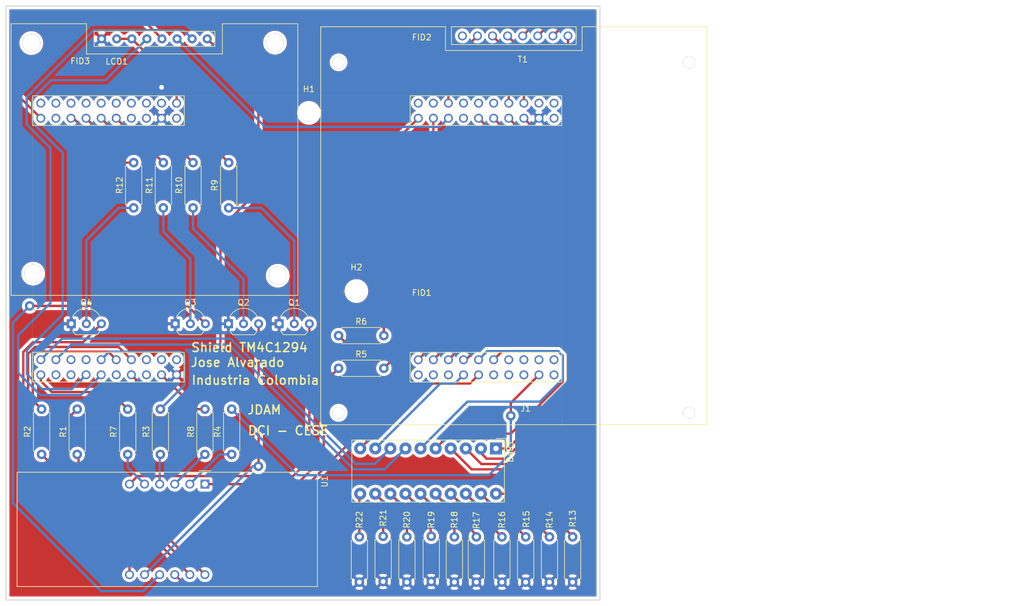
<source format=kicad_pcb>
(kicad_pcb (version 20171130) (host pcbnew 5.1.10-88a1d61d58~90~ubuntu20.04.1)
  (title_block (title "Shield TM4C1294") (date 2021-10-14) (company "Jose David Alvarado") (comment 1 "Licencia CC BY 4.0"))
  (layers (0 F.Cu signal) (31 B.Cu signal) (34 B.Paste user) (35 F.Paste user) (36 B.SilkS user) (37 F.SilkS user) (38 B.Mask user) (39 F.Mask user) (44 Edge.Cuts user))
  (net 0 "")
  (net 1 GND)
  (net 2 /PK1)
  (net 3 /PM0)
  (net 4 /PK0)
  (net 5 +3V3)
  (net 6 /PM7)
  (net 7 /PK2)
  (net 8 /PM6)
  (net 9 /PK6)
  (net 10 /PK7)
  (net 11 /PM1)
  (net 12 /PK3)
  (net 13 /PM2)
  (net 14 /PD0)
  (net 15 /PD1)
  (net 16 /PL1)
  (net 17 /PL4)
  (net 18 /PL3)
  (net 19 /PL5)
  (net 20 /PL0)
  (net 21 /PM3)
  (net 22 /PL2)
  (net 23 /PM5)
  (net 24 /PM4)
  (net 25 /PE3)
  (net 26 /PE2)
  (net 27 /PC5)
  (net 28 /PE1)
  (net 29 /PC4)
  (net 30 /PE0)
  (net 31 "Net-(Q1-Pad3)")
  (net 32 "Net-(Q1-Pad2)")
  (net 33 "Net-(Q2-Pad3)")
  (net 34 "Net-(Q2-Pad2)")
  (net 35 "Net-(Q3-Pad3)")
  (net 36 "Net-(Q3-Pad2)")
  (net 37 "Net-(Q4-Pad3)")
  (net 38 "Net-(Q4-Pad2)")
  (net 39 "Net-(R1-Pad1)")
  (net 40 "Net-(R2-Pad1)")
  (net 41 "Net-(R3-Pad1)")
  (net 42 "Net-(R4-Pad1)")
  (net 43 "Net-(R5-Pad1)")
  (net 44 "Net-(R6-Pad1)")
  (net 45 "Net-(R7-Pad1)")
  (net 46 "Net-(R8-Pad1)")
  (net 47 /PA2)
  (net 48 /PA5)
  (net 49 /PA7)
  (net 50 /PA3)
  (net 51 /PA6)
  (net 52 "Net-(BAR1-Pad20)")
  (net 53 "Net-(BAR1-Pad19)")
  (net 54 "Net-(BAR1-Pad18)")
  (net 55 "Net-(BAR1-Pad17)")
  (net 56 "Net-(BAR1-Pad11)")
  (net 57 "Net-(BAR1-Pad12)")
  (net 58 "Net-(BAR1-Pad16)")
  (net 59 "Net-(BAR1-Pad15)")
  (net 60 "Net-(BAR1-Pad14)")
  (net 61 "Net-(BAR1-Pad13)")
  (net 62 /PC7)
  (module Package_TO_SOT_THT:TO-92_Inline_Wide (layer F.Cu) (at 61 107.5)
    (fp_text reference Q4 (at 2.54 -3.56) (layer F.SilkS))
    (fp_text value PN2222A)
    (pad 1 thru_hole rect (at 0 0) (size 1.5 1.5) (drill 0.8) (layers *.Cu *.Mask) (net 1 GND))
    (pad 3 thru_hole circle (at 5.08 0) (size 1.5 1.5) (drill 0.8) (layers *.Cu *.Mask) (net 37 "Net-(Q4-Pad3)"))
    (pad 2 thru_hole circle (at 2.54 0) (size 1.5 1.5) (drill 0.8) (layers *.Cu *.Mask) (net 38 "Net-(Q4-Pad2)"))
  )
  (module Package_TO_SOT_THT:TO-92_Inline_Wide (layer F.Cu) (at 78.5 107.5)
    (fp_text reference Q3 (at 2.54 -3.56) (layer F.SilkS))
    (fp_text value PN2222A)
    (pad 1 thru_hole rect (at 0 0) (size 1.5 1.5) (drill 0.8) (layers *.Cu *.Mask) (net 1 GND))
    (pad 3 thru_hole circle (at 5.08 0) (size 1.5 1.5) (drill 0.8) (layers *.Cu *.Mask) (net 35 "Net-(Q3-Pad3)"))
    (pad 2 thru_hole circle (at 2.54 0) (size 1.5 1.5) (drill 0.8) (layers *.Cu *.Mask) (net 36 "Net-(Q3-Pad2)"))
  )
  (module Package_TO_SOT_THT:TO-92_Inline_Wide (layer F.Cu) (at 87.46 107.5)
    (fp_text reference Q2 (at 2.54 -3.56) (layer F.SilkS))
    (fp_text value PN2222A)
    (pad 1 thru_hole rect (at 0 0) (size 1.5 1.5) (drill 0.8) (layers *.Cu *.Mask) (net 1 GND))
    (pad 3 thru_hole circle (at 5.08 0) (size 1.5 1.5) (drill 0.8) (layers *.Cu *.Mask) (net 33 "Net-(Q2-Pad3)"))
    (pad 2 thru_hole circle (at 2.54 0) (size 1.5 1.5) (drill 0.8) (layers *.Cu *.Mask) (net 34 "Net-(Q2-Pad2)"))
  )
  (module Package_TO_SOT_THT:TO-92_Inline_Wide (layer F.Cu) (at 96 107.5)
    (fp_text reference Q1 (at 2.54 -3.56) (layer F.SilkS))
    (fp_text value PN2222A)
    (pad 1 thru_hole rect (at 0 0) (size 1.5 1.5) (drill 0.8) (layers *.Cu *.Mask) (net 1 GND))
    (pad 3 thru_hole circle (at 5.08 0) (size 1.5 1.5) (drill 0.8) (layers *.Cu *.Mask) (net 31 "Net-(Q1-Pad3)"))
    (pad 2 thru_hole circle (at 2.54 0) (size 1.5 1.5) (drill 0.8) (layers *.Cu *.Mask) (net 32 "Net-(Q1-Pad2)"))
  )
  (module Resistor_THT:R_Axial_DIN0207_L6.3mm_D2.5mm_P7.62mm_Horizontal (layer F.Cu) (at 109.5 151 90)
    (fp_text reference R22 (at 10.5 0 90) (layer F.SilkS))
    (fp_text value R)
    (pad 2 thru_hole oval (at 7.62 0 90) (size 1.6 1.6) (drill 0.8) (layers *.Cu *.Mask) (net 56 "Net-(BAR1-Pad11)"))
    (pad 1 thru_hole circle (at 0 0 90) (size 1.6 1.6) (drill 0.8) (layers *.Cu *.Mask) (net 1 GND))
  )
  (module Resistor_THT:R_Axial_DIN0207_L6.3mm_D2.5mm_P7.62mm_Horizontal (layer F.Cu) (at 113.5 150.9 90)
    (fp_text reference R21 (at 10.7 0 90) (layer F.SilkS))
    (fp_text value R)
    (pad 2 thru_hole oval (at 7.62 0 90) (size 1.6 1.6) (drill 0.8) (layers *.Cu *.Mask) (net 57 "Net-(BAR1-Pad12)"))
    (pad 1 thru_hole circle (at 0 0 90) (size 1.6 1.6) (drill 0.8) (layers *.Cu *.Mask) (net 1 GND))
  )
  (module Resistor_THT:R_Axial_DIN0207_L6.3mm_D2.5mm_P7.62mm_Horizontal (layer F.Cu) (at 117.5 151 90)
    (fp_text reference R20 (at 10.5 0 90) (layer F.SilkS))
    (fp_text value R)
    (pad 2 thru_hole oval (at 7.62 0 90) (size 1.6 1.6) (drill 0.8) (layers *.Cu *.Mask) (net 61 "Net-(BAR1-Pad13)"))
    (pad 1 thru_hole circle (at 0 0 90) (size 1.6 1.6) (drill 0.8) (layers *.Cu *.Mask) (net 1 GND))
  )
  (module Resistor_THT:R_Axial_DIN0207_L6.3mm_D2.5mm_P7.62mm_Horizontal (layer F.Cu) (at 121.6 150.9 90)
    (fp_text reference R19 (at 10.4 0 90) (layer F.SilkS))
    (fp_text value R)
    (pad 2 thru_hole oval (at 7.62 0 90) (size 1.6 1.6) (drill 0.8) (layers *.Cu *.Mask) (net 60 "Net-(BAR1-Pad14)"))
    (pad 1 thru_hole circle (at 0 0 90) (size 1.6 1.6) (drill 0.8) (layers *.Cu *.Mask) (net 1 GND))
  )
  (module Resistor_THT:R_Axial_DIN0207_L6.3mm_D2.5mm_P7.62mm_Horizontal (layer F.Cu) (at 125.5 151 90)
    (fp_text reference R18 (at 10.5 0 90) (layer F.SilkS))
    (fp_text value R)
    (pad 2 thru_hole oval (at 7.62 0 90) (size 1.6 1.6) (drill 0.8) (layers *.Cu *.Mask) (net 59 "Net-(BAR1-Pad15)"))
    (pad 1 thru_hole circle (at 0 0 90) (size 1.6 1.6) (drill 0.8) (layers *.Cu *.Mask) (net 1 GND))
  )
  (module Resistor_THT:R_Axial_DIN0207_L6.3mm_D2.5mm_P7.62mm_Horizontal (layer F.Cu) (at 129.2 151 90)
    (fp_text reference R17 (at 10.4 0 90) (layer F.SilkS))
    (fp_text value R)
    (pad 2 thru_hole oval (at 7.62 0 90) (size 1.6 1.6) (drill 0.8) (layers *.Cu *.Mask) (net 58 "Net-(BAR1-Pad16)"))
    (pad 1 thru_hole circle (at 0 0 90) (size 1.6 1.6) (drill 0.8) (layers *.Cu *.Mask) (net 1 GND))
  )
  (module Resistor_THT:R_Axial_DIN0207_L6.3mm_D2.5mm_P7.62mm_Horizontal (layer F.Cu) (at 133.5 151 90)
    (fp_text reference R16 (at 10.5 0 90) (layer F.SilkS))
    (fp_text value R)
    (pad 2 thru_hole oval (at 7.62 0 90) (size 1.6 1.6) (drill 0.8) (layers *.Cu *.Mask) (net 55 "Net-(BAR1-Pad17)"))
    (pad 1 thru_hole circle (at 0 0 90) (size 1.6 1.6) (drill 0.8) (layers *.Cu *.Mask) (net 1 GND))
  )
  (module Resistor_THT:R_Axial_DIN0207_L6.3mm_D2.5mm_P7.62mm_Horizontal (layer F.Cu) (at 137.5 151 90)
    (fp_text reference R15 (at 10.6 0.1 90) (layer F.SilkS))
    (fp_text value R)
    (pad 2 thru_hole oval (at 7.62 0 90) (size 1.6 1.6) (drill 0.8) (layers *.Cu *.Mask) (net 54 "Net-(BAR1-Pad18)"))
    (pad 1 thru_hole circle (at 0 0 90) (size 1.6 1.6) (drill 0.8) (layers *.Cu *.Mask) (net 1 GND))
  )
  (module Resistor_THT:R_Axial_DIN0207_L6.3mm_D2.5mm_P7.62mm_Horizontal (layer F.Cu) (at 141.5 151 90)
    (fp_text reference R14 (at 10.5 0 90) (layer F.SilkS))
    (fp_text value R)
    (pad 2 thru_hole oval (at 7.62 0 90) (size 1.6 1.6) (drill 0.8) (layers *.Cu *.Mask) (net 53 "Net-(BAR1-Pad19)"))
    (pad 1 thru_hole circle (at 0 0 90) (size 1.6 1.6) (drill 0.8) (layers *.Cu *.Mask) (net 1 GND))
  )
  (module Resistor_THT:R_Axial_DIN0207_L6.3mm_D2.5mm_P7.62mm_Horizontal (layer F.Cu) (at 145.4 151 90)
    (fp_text reference R13 (at 10.7 0 90) (layer F.SilkS))
    (fp_text value R)
    (pad 2 thru_hole oval (at 7.62 0 90) (size 1.6 1.6) (drill 0.8) (layers *.Cu *.Mask) (net 52 "Net-(BAR1-Pad20)"))
    (pad 1 thru_hole circle (at 0 0 90) (size 1.6 1.6) (drill 0.8) (layers *.Cu *.Mask) (net 1 GND))
  )
  (module EK-TM4C1294:EK-TM4C1294 (layer F.Cu) (at 54.5 125)
    (fp_text reference J1 (at 82.99 -3.23) (layer F.SilkS))
    (fp_text value EK-TM4C1294)
    (pad 5D thru_hole circle (at 19.152 -11.444) (size 1.5 1.5) (drill 1) (layers *.Cu *.Mask))
    (pad 12C thru_hole circle (at 11.532 -52.094) (size 1.5 1.5) (drill 1) (layers *.Cu *.Mask) (net 2 /PK1))
    (pad 15C thru_hole circle (at 6.452 -54.634) (size 1.5 1.5) (drill 1) (layers *.Cu *.Mask))
    (pad 17C thru_hole circle (at 3.912 -54.634) (size 1.5 1.5) (drill 1) (layers *.Cu *.Mask))
    (pad 7C thru_hole circle (at 16.612 -54.634) (size 1.5 1.5) (drill 1) (layers *.Cu *.Mask))
    (pad 14D thru_hole circle (at 8.992 -8.904) (size 1.5 1.5) (drill 1) (layers *.Cu *.Mask) (net 47 /PA2))
    (pad 7D thru_hole circle (at 16.612 -11.444) (size 1.5 1.5) (drill 1) (layers *.Cu *.Mask) (net 3 /PM0))
    (pad 19C thru_hole circle (at 1.372 -54.634) (size 1.5 1.5) (drill 1) (layers *.Cu *.Mask))
    (pad 20C thru_hole circle (at 1.372 -52.094) (size 1.5 1.5) (drill 1) (layers *.Cu *.Mask) (net 48 /PA5))
    (pad 2C thru_hole circle (at 24.232 -52.094) (size 1.5 1.5) (drill 1) (layers *.Cu *.Mask))
    (pad 13C thru_hole circle (at 8.992 -54.634) (size 1.5 1.5) (drill 1) (layers *.Cu *.Mask))
    (pad 2D thru_hole circle (at 24.232 -8.904) (size 1.5 1.5) (drill 1) (layers *.Cu *.Mask) (net 1 GND))
    (pad 3D thru_hole circle (at 21.692 -11.444) (size 1.5 1.5) (drill 1) (layers *.Cu *.Mask))
    (pad 16D thru_hole circle (at 6.452 -8.904) (size 1.5 1.5) (drill 1) (layers *.Cu *.Mask))
    (pad 10C thru_hole circle (at 14.072 -52.094) (size 1.5 1.5) (drill 1) (layers *.Cu *.Mask) (net 4 /PK0))
    (pad 1C thru_hole circle (at 24.232 -54.634) (size 1.5 1.5) (drill 1) (layers *.Cu *.Mask) (net 5 +3V3))
    (pad 1D thru_hole circle (at 24.232 -11.444) (size 1.5 1.5) (drill 1) (layers *.Cu *.Mask))
    (pad 4D thru_hole circle (at 21.692 -8.904) (size 1.5 1.5) (drill 1) (layers *.Cu *.Mask) (net 6 /PM7))
    (pad 14C thru_hole circle (at 8.992 -52.094) (size 1.5 1.5) (drill 1) (layers *.Cu *.Mask) (net 7 /PK2))
    (pad 10D thru_hole circle (at 14.072 -8.904) (size 1.5 1.5) (drill 1) (layers *.Cu *.Mask))
    (pad 8D thru_hole circle (at 16.612 -8.904) (size 1.5 1.5) (drill 1) (layers *.Cu *.Mask) (net 49 /PA7))
    (pad 18C thru_hole circle (at 3.912 -52.094) (size 1.5 1.5) (drill 1) (layers *.Cu *.Mask))
    (pad 5C thru_hole circle (at 19.152 -54.634) (size 1.5 1.5) (drill 1) (layers *.Cu *.Mask))
    (pad 20D thru_hole circle (at 1.372 -8.904) (size 1.5 1.5) (drill 1) (layers *.Cu *.Mask) (net 8 /PM6))
    (pad 17D thru_hole circle (at 3.912 -11.444) (size 1.5 1.5) (drill 1) (layers *.Cu *.Mask) (net 9 /PK6))
    (pad 19D thru_hole circle (at 1.372 -11.444) (size 1.5 1.5) (drill 1) (layers *.Cu *.Mask) (net 10 /PK7))
    (pad 15D thru_hole circle (at 6.452 -11.444) (size 1.5 1.5) (drill 1) (layers *.Cu *.Mask))
    (pad 6D thru_hole circle (at 19.152 -8.904) (size 1.5 1.5) (drill 1) (layers *.Cu *.Mask))
    (pad 4C thru_hole circle (at 21.692 -52.094) (size 1.5 1.5) (drill 1) (layers *.Cu *.Mask) (net 1 GND))
    (pad 9D thru_hole circle (at 14.072 -11.444) (size 1.5 1.5) (drill 1) (layers *.Cu *.Mask) (net 11 /PM1))
    (pad 18D thru_hole circle (at 3.912 -8.904) (size 1.5 1.5) (drill 1) (layers *.Cu *.Mask))
    (pad 6C thru_hole circle (at 19.152 -52.094) (size 1.5 1.5) (drill 1) (layers *.Cu *.Mask))
    (pad 3C thru_hole circle (at 21.692 -54.634) (size 1.5 1.5) (drill 1) (layers *.Cu *.Mask))
    (pad 8C thru_hole circle (at 16.612 -52.094) (size 1.5 1.5) (drill 1) (layers *.Cu *.Mask))
    (pad 13D thru_hole circle (at 8.992 -11.444) (size 1.5 1.5) (drill 1) (layers *.Cu *.Mask))
    (pad 11C thru_hole circle (at 11.532 -54.634) (size 1.5 1.5) (drill 1) (layers *.Cu *.Mask))
    (pad 16C thru_hole circle (at 6.452 -52.094) (size 1.5 1.5) (drill 1) (layers *.Cu *.Mask) (net 12 /PK3))
    (pad 11D thru_hole circle (at 11.532 -11.444) (size 1.5 1.5) (drill 1) (layers *.Cu *.Mask) (net 13 /PM2))
    (pad 9C thru_hole circle (at 14.072 -54.634) (size 1.5 1.5) (drill 1) (layers *.Cu *.Mask))
    (pad 12D thru_hole circle (at 11.532 -8.904) (size 1.5 1.5) (drill 1) (layers *.Cu *.Mask) (net 50 /PA3))
    (pad 14B thru_hole circle (at 72.532 -8.894) (size 1.5 1.5) (drill 1) (layers *.Cu *.Mask) (net 14 /PD0))
    (pad 10B thru_hole circle (at 77.612 -8.894) (size 1.5 1.5) (drill 1) (layers *.Cu *.Mask))
    (pad 12B thru_hole circle (at 75.072 -8.894) (size 1.5 1.5) (drill 1) (layers *.Cu *.Mask) (net 15 /PD1))
    (pad 15B thru_hole circle (at 69.992 -11.434) (size 1.5 1.5) (drill 1) (layers *.Cu *.Mask) (net 16 /PL1))
    (pad 9B thru_hole circle (at 77.612 -11.434) (size 1.5 1.5) (drill 1) (layers *.Cu *.Mask) (net 17 /PL4))
    (pad 19B thru_hole circle (at 64.912 -11.434) (size 1.5 1.5) (drill 1) (layers *.Cu *.Mask) (net 18 /PL3))
    (pad 11B thru_hole circle (at 75.072 -11.434) (size 1.5 1.5) (drill 1) (layers *.Cu *.Mask) (net 19 /PL5))
    (pad 18B thru_hole circle (at 67.452 -8.894) (size 1.5 1.5) (drill 1) (layers *.Cu *.Mask))
    (pad 3B thru_hole circle (at 85.232 -11.434) (size 1.5 1.5) (drill 1) (layers *.Cu *.Mask))
    (pad 16B thru_hole circle (at 69.992 -8.894) (size 1.5 1.5) (drill 1) (layers *.Cu *.Mask))
    (pad 7B thru_hole circle (at 80.152 -11.434) (size 1.5 1.5) (drill 1) (layers *.Cu *.Mask))
    (pad 6B thru_hole circle (at 82.692 -8.894) (size 1.5 1.5) (drill 1) (layers *.Cu *.Mask))
    (pad 13B thru_hole circle (at 72.532 -11.434) (size 1.5 1.5) (drill 1) (layers *.Cu *.Mask) (net 20 /PL0))
    (pad 20B thru_hole circle (at 64.912 -8.894) (size 1.5 1.5) (drill 1) (layers *.Cu *.Mask))
    (pad 2B thru_hole circle (at 87.772 -8.894) (size 1.5 1.5) (drill 1) (layers *.Cu *.Mask))
    (pad 4B thru_hole circle (at 85.232 -8.894) (size 1.5 1.5) (drill 1) (layers *.Cu *.Mask) (net 21 /PM3))
    (pad 1B thru_hole circle (at 87.772 -11.434) (size 1.5 1.5) (drill 1) (layers *.Cu *.Mask))
    (pad 8B thru_hole circle (at 80.152 -8.894) (size 1.5 1.5) (drill 1) (layers *.Cu *.Mask))
    (pad 17B thru_hole circle (at 67.452 -11.434) (size 1.5 1.5) (drill 1) (layers *.Cu *.Mask) (net 22 /PL2))
    (pad 5B thru_hole circle (at 82.692 -11.434) (size 1.5 1.5) (drill 1) (layers *.Cu *.Mask))
    (pad 19A thru_hole circle (at 64.912 -54.634) (size 1.5 1.5) (drill 1) (layers *.Cu *.Mask))
    (pad 20A thru_hole circle (at 64.912 -52.094) (size 1.5 1.5) (drill 1) (layers *.Cu *.Mask) (net 23 /PM5))
    (pad 14A thru_hole circle (at 72.532 -52.094) (size 1.5 1.5) (drill 1) (layers *.Cu *.Mask))
    (pad 11A thru_hole circle (at 75.072 -54.634) (size 1.5 1.5) (drill 1) (layers *.Cu *.Mask))
    (pad 18A thru_hole circle (at 67.452 -52.094) (size 1.5 1.5) (drill 1) (layers *.Cu *.Mask) (net 24 /PM4))
    (pad 13A thru_hole circle (at 72.532 -54.634) (size 1.5 1.5) (drill 1) (layers *.Cu *.Mask))
    (pad 16A thru_hole circle (at 69.992 -52.094) (size 1.5 1.5) (drill 1) (layers *.Cu *.Mask) (net 51 /PA6))
    (pad 17A thru_hole circle (at 67.452 -54.634) (size 1.5 1.5) (drill 1) (layers *.Cu *.Mask))
    (pad 15A thru_hole circle (at 69.992 -54.634) (size 1.5 1.5) (drill 1) (layers *.Cu *.Mask) (net 62 /PC7))
    (pad 12A thru_hole circle (at 75.072 -52.094) (size 1.5 1.5) (drill 1) (layers *.Cu *.Mask) (net 25 /PE3))
    (pad 10A thru_hole circle (at 77.612 -52.094) (size 1.5 1.5) (drill 1) (layers *.Cu *.Mask) (net 26 /PE2))
    (pad 7A thru_hole circle (at 80.152 -54.634) (size 1.5 1.5) (drill 1) (layers *.Cu *.Mask) (net 27 /PC5))
    (pad 9A thru_hole circle (at 77.612 -54.634) (size 1.5 1.5) (drill 1) (layers *.Cu *.Mask))
    (pad 8A thru_hole circle (at 80.152 -52.094) (size 1.5 1.5) (drill 1) (layers *.Cu *.Mask) (net 28 /PE1))
    (pad 5A thru_hole circle (at 82.692 -54.634) (size 1.5 1.5) (drill 1) (layers *.Cu *.Mask) (net 29 /PC4))
    (pad 3A thru_hole circle (at 85.232 -54.634) (size 1.5 1.5) (drill 1) (layers *.Cu *.Mask))
    (pad 1A thru_hole circle (at 87.772 -54.634) (size 1.5 1.5) (drill 1) (layers *.Cu *.Mask))
    (pad 6A thru_hole circle (at 82.692 -52.094) (size 1.5 1.5) (drill 1) (layers *.Cu *.Mask) (net 30 /PE0))
    (pad 4A thru_hole circle (at 85.232 -52.094) (size 1.5 1.5) (drill 1) (layers *.Cu *.Mask) (net 1 GND))
    (pad 2A thru_hole circle (at 87.772 -52.094) (size 1.5 1.5) (drill 1) (layers *.Cu *.Mask))
  )
  (module Display_7Segment:CA56-12CGKWA (layer F.Cu) (at 83.5 134.5 270)
    (fp_text reference U1 (at -0.44 -20.15 90) (layer F.SilkS))
    (fp_text value CA56-12CGKWA)
    (pad 12 thru_hole circle (at 15.24 0 270) (size 1.5 1.5) (drill 1) (layers *.Cu *.Mask) (net 37 "Net-(Q4-Pad3)"))
    (pad 11 thru_hole circle (at 15.24 2.54 270) (size 1.5 1.5) (drill 1) (layers *.Cu *.Mask) (net 39 "Net-(R1-Pad1)"))
    (pad 10 thru_hole circle (at 15.24 5.08 270) (size 1.5 1.5) (drill 1) (layers *.Cu *.Mask) (net 44 "Net-(R6-Pad1)"))
    (pad 9 thru_hole circle (at 15.24 7.62 270) (size 1.5 1.5) (drill 1) (layers *.Cu *.Mask) (net 35 "Net-(Q3-Pad3)"))
    (pad 8 thru_hole circle (at 15.24 10.16 270) (size 1.5 1.5) (drill 1) (layers *.Cu *.Mask) (net 33 "Net-(Q2-Pad3)"))
    (pad 7 thru_hole circle (at 15.24 12.7 270) (size 1.5 1.5) (drill 1) (layers *.Cu *.Mask) (net 40 "Net-(R2-Pad1)"))
    (pad 6 thru_hole circle (at 0 12.7 270) (size 1.5 1.5) (drill 1) (layers *.Cu *.Mask) (net 31 "Net-(Q1-Pad3)"))
    (pad 5 thru_hole circle (at 0 10.16 270) (size 1.5 1.5) (drill 1) (layers *.Cu *.Mask) (net 45 "Net-(R7-Pad1)"))
    (pad 4 thru_hole circle (at 0 7.62 270) (size 1.5 1.5) (drill 1) (layers *.Cu *.Mask) (net 41 "Net-(R3-Pad1)"))
    (pad 3 thru_hole circle (at 0 5.08 270) (size 1.5 1.5) (drill 1) (layers *.Cu *.Mask) (net 46 "Net-(R8-Pad1)"))
    (pad 2 thru_hole circle (at 0 2.54 270) (size 1.5 1.5) (drill 1) (layers *.Cu *.Mask) (net 42 "Net-(R4-Pad1)"))
    (pad 1 thru_hole rect (at 0 0 270) (size 1.5 1.5) (drill 1) (layers *.Cu *.Mask) (net 43 "Net-(R5-Pad1)"))
  )
  (module Resistor_THT:R_Axial_DIN0207_L6.3mm_D2.5mm_P7.62mm_Horizontal (layer F.Cu) (at 70.5 129.5 90)
    (fp_text reference R7 (at 3.81 -2.37 90) (layer F.SilkS))
    (fp_text value R)
    (pad 2 thru_hole oval (at 7.62 0 90) (size 1.6 1.6) (drill 0.8) (layers *.Cu *.Mask) (net 8 /PM6))
    (pad 1 thru_hole circle (at 0 0 90) (size 1.6 1.6) (drill 0.8) (layers *.Cu *.Mask) (net 45 "Net-(R7-Pad1)"))
  )
  (module Resistor_THT:R_Axial_DIN0207_L6.3mm_D2.5mm_P7.62mm_Horizontal (layer F.Cu) (at 56 129.5 90)
    (fp_text reference R2 (at 3.81 -2.37 90) (layer F.SilkS))
    (fp_text value R)
    (pad 2 thru_hole oval (at 7.62 0 90) (size 1.6 1.6) (drill 0.8) (layers *.Cu *.Mask) (net 11 /PM1))
    (pad 1 thru_hole circle (at 0 0 90) (size 1.6 1.6) (drill 0.8) (layers *.Cu *.Mask) (net 40 "Net-(R2-Pad1)"))
  )
  (module Resistor_THT:R_Axial_DIN0207_L6.3mm_D2.5mm_P7.62mm_Horizontal (layer F.Cu) (at 76 129.5 90)
    (fp_text reference R3 (at 3.81 -2.37 90) (layer F.SilkS))
    (fp_text value R)
    (pad 2 thru_hole oval (at 7.62 0 90) (size 1.6 1.6) (drill 0.8) (layers *.Cu *.Mask) (net 13 /PM2))
    (pad 1 thru_hole circle (at 0 0 90) (size 1.6 1.6) (drill 0.8) (layers *.Cu *.Mask) (net 41 "Net-(R3-Pad1)"))
  )
  (module Resistor_THT:R_Axial_DIN0207_L6.3mm_D2.5mm_P7.62mm_Horizontal (layer F.Cu) (at 62 129.5 90)
    (fp_text reference R1 (at 3.81 -2.37 90) (layer F.SilkS))
    (fp_text value R)
    (pad 2 thru_hole oval (at 7.62 0 90) (size 1.6 1.6) (drill 0.8) (layers *.Cu *.Mask) (net 3 /PM0))
    (pad 1 thru_hole circle (at 0 0 90) (size 1.6 1.6) (drill 0.8) (layers *.Cu *.Mask) (net 39 "Net-(R1-Pad1)"))
  )
  (module Resistor_THT:R_Axial_DIN0207_L6.3mm_D2.5mm_P7.62mm_Horizontal (layer F.Cu) (at 88 129.5 90)
    (fp_text reference R4 (at 3.81 -2.37 90) (layer F.SilkS))
    (fp_text value R)
    (pad 2 thru_hole oval (at 7.62 0 90) (size 1.6 1.6) (drill 0.8) (layers *.Cu *.Mask) (net 21 /PM3))
    (pad 1 thru_hole circle (at 0 0 90) (size 1.6 1.6) (drill 0.8) (layers *.Cu *.Mask) (net 42 "Net-(R4-Pad1)"))
  )
  (module Resistor_THT:R_Axial_DIN0207_L6.3mm_D2.5mm_P7.62mm_Horizontal (layer F.Cu) (at 83.5 129.5 90)
    (fp_text reference R8 (at 3.81 -2.37 90) (layer F.SilkS))
    (fp_text value R)
    (pad 2 thru_hole oval (at 7.62 0 90) (size 1.6 1.6) (drill 0.8) (layers *.Cu *.Mask) (net 6 /PM7))
    (pad 1 thru_hole circle (at 0 0 90) (size 1.6 1.6) (drill 0.8) (layers *.Cu *.Mask) (net 46 "Net-(R8-Pad1)"))
  )
  (module MountingHole:MountingHole_3mm (layer F.Cu) (at 109 102)
    (fp_text reference H2 (at 0 -4) (layer F.SilkS))
    (fp_text value MountingHole)
    (pad 1 np_thru_hole circle (at 0 0) (size 3 3) (drill 3) (layers *.Cu *.Mask))
  )
  (module MountingHole:MountingHole_3mm (layer F.Cu) (at 101 72)
    (fp_text reference H1 (at 0 -4) (layer F.SilkS))
    (fp_text value MountingHole)
    (pad 1 np_thru_hole circle (at 0 0) (size 3 3) (drill 3) (layers *.Cu *.Mask))
  )
  (module Fiducial:Fiducial_0.5mm_Mask1.5mm (layer F.Cu) (at 62.5 65)
    (fp_text reference FID3 (at 0 -1.7145) (layer F.SilkS))
    (fp_text value Fiducial)
    (pad "" smd circle (at 0 0) (size 0.5 0.5) (layers F.Cu F.Mask) (clearance 0.5))
  )
  (module Fiducial:Fiducial_0.5mm_Mask1.5mm (layer F.Cu) (at 120 61)
    (fp_text reference FID2 (at 0 -1.7145) (layer F.SilkS))
    (fp_text value Fiducial)
    (pad "" smd circle (at 0 0) (size 0.5 0.5) (layers F.Cu F.Mask) (clearance 0.5))
  )
  (module Fiducial:Fiducial_0.5mm_Mask1.5mm (layer F.Cu) (at 120 104)
    (fp_text reference FID1 (at 0 -1.7145) (layer F.SilkS))
    (fp_text value Fiducial)
    (pad "" smd circle (at 0 0) (size 0.5 0.5) (layers F.Cu F.Mask) (clearance 0.5))
  )
  (module Resistor_THT:R_Axial_DIN0207_L6.3mm_D2.5mm_P7.62mm_Horizontal (layer F.Cu) (at 71.5 88 90)
    (fp_text reference R12 (at 3.81 -2.37 90) (layer F.SilkS))
    (fp_text value R)
    (pad 2 thru_hole oval (at 7.62 0 90) (size 1.6 1.6) (drill 0.8) (layers *.Cu *.Mask) (net 12 /PK3))
    (pad 1 thru_hole circle (at 0 0 90) (size 1.6 1.6) (drill 0.8) (layers *.Cu *.Mask) (net 38 "Net-(Q4-Pad2)"))
  )
  (module Resistor_THT:R_Axial_DIN0207_L6.3mm_D2.5mm_P7.62mm_Horizontal (layer F.Cu) (at 76.5 88 90)
    (fp_text reference R11 (at 3.81 -2.37 90) (layer F.SilkS))
    (fp_text value R)
    (pad 2 thru_hole oval (at 7.62 0 90) (size 1.6 1.6) (drill 0.8) (layers *.Cu *.Mask) (net 7 /PK2))
    (pad 1 thru_hole circle (at 0 0 90) (size 1.6 1.6) (drill 0.8) (layers *.Cu *.Mask) (net 36 "Net-(Q3-Pad2)"))
  )
  (module Resistor_THT:R_Axial_DIN0207_L6.3mm_D2.5mm_P7.62mm_Horizontal (layer F.Cu) (at 81.5 88 90)
    (fp_text reference R10 (at 3.81 -2.37 90) (layer F.SilkS))
    (fp_text value R)
    (pad 2 thru_hole oval (at 7.62 0 90) (size 1.6 1.6) (drill 0.8) (layers *.Cu *.Mask) (net 2 /PK1))
    (pad 1 thru_hole circle (at 0 0 90) (size 1.6 1.6) (drill 0.8) (layers *.Cu *.Mask) (net 34 "Net-(Q2-Pad2)"))
  )
  (module Resistor_THT:R_Axial_DIN0207_L6.3mm_D2.5mm_P7.62mm_Horizontal (layer F.Cu) (at 87.5 88 90)
    (fp_text reference R9 (at 3.81 -2.37 90) (layer F.SilkS))
    (fp_text value R)
    (pad 2 thru_hole oval (at 7.62 0 90) (size 1.6 1.6) (drill 0.8) (layers *.Cu *.Mask) (net 4 /PK0))
    (pad 1 thru_hole circle (at 0 0 90) (size 1.6 1.6) (drill 0.8) (layers *.Cu *.Mask) (net 32 "Net-(Q1-Pad2)"))
  )
  (module Resistor_THT:R_Axial_DIN0207_L6.3mm_D2.5mm_P7.62mm_Horizontal (layer F.Cu) (at 106 109.5)
    (fp_text reference R6 (at 3.81 -2.37) (layer F.SilkS))
    (fp_text value R)
    (pad 2 thru_hole oval (at 7.62 0) (size 1.6 1.6) (drill 0.8) (layers *.Cu *.Mask) (net 23 /PM5))
    (pad 1 thru_hole circle (at 0 0) (size 1.6 1.6) (drill 0.8) (layers *.Cu *.Mask) (net 44 "Net-(R6-Pad1)"))
  )
  (module Resistor_THT:R_Axial_DIN0207_L6.3mm_D2.5mm_P7.62mm_Horizontal (layer F.Cu) (at 106 115)
    (fp_text reference R5 (at 3.81 -2.37) (layer F.SilkS))
    (fp_text value R)
    (pad 2 thru_hole oval (at 7.62 0) (size 1.6 1.6) (drill 0.8) (layers *.Cu *.Mask) (net 24 /PM4))
    (pad 1 thru_hole circle (at 0 0) (size 1.6 1.6) (drill 0.8) (layers *.Cu *.Mask) (net 43 "Net-(R5-Pad1)"))
  )
  (module Display:HDSP-4830 (layer F.Cu) (at 132.5 128.5 270)
    (fp_text reference BAR1 (at 0.47 -2.37 90) (layer F.SilkS))
    (fp_text value HDSP-4830_2)
    (pad 20 thru_hole circle (at 7.62 0 180) (size 2.032 2.032) (drill 0.9144) (layers *.Cu *.Mask) (net 52 "Net-(BAR1-Pad20)"))
    (pad 19 thru_hole circle (at 7.62 2.54 180) (size 2.032 2.032) (drill 0.9144) (layers *.Cu *.Mask) (net 53 "Net-(BAR1-Pad19)"))
    (pad 18 thru_hole circle (at 7.62 5.08 180) (size 2.032 2.032) (drill 0.9144) (layers *.Cu *.Mask) (net 54 "Net-(BAR1-Pad18)"))
    (pad 17 thru_hole circle (at 7.62 7.62 180) (size 2.032 2.032) (drill 0.9144) (layers *.Cu *.Mask) (net 55 "Net-(BAR1-Pad17)"))
    (pad 9 thru_hole circle (at 0 20.32 180) (size 2.032 2.032) (drill 0.9144) (layers *.Cu *.Mask) (net 14 /PD0))
    (pad 10 thru_hole circle (at 0 22.86 180) (size 2.032 2.032) (drill 0.9144) (layers *.Cu *.Mask) (net 15 /PD1))
    (pad 11 thru_hole circle (at 7.62 22.86 180) (size 2.032 2.032) (drill 0.9144) (layers *.Cu *.Mask) (net 56 "Net-(BAR1-Pad11)"))
    (pad 12 thru_hole circle (at 7.62 20.32 180) (size 2.032 2.032) (drill 0.9144) (layers *.Cu *.Mask) (net 57 "Net-(BAR1-Pad12)"))
    (pad 8 thru_hole circle (at 0 17.78 180) (size 2.032 2.032) (drill 0.9144) (layers *.Cu *.Mask) (net 10 /PK7))
    (pad 7 thru_hole circle (at 0 15.24 180) (size 2.032 2.032) (drill 0.9144) (layers *.Cu *.Mask) (net 9 /PK6))
    (pad 6 thru_hole circle (at 0 12.7 180) (size 2.032 2.032) (drill 0.9144) (layers *.Cu *.Mask) (net 19 /PL5))
    (pad 5 thru_hole circle (at 0 10.16 180) (size 2.032 2.032) (drill 0.9144) (layers *.Cu *.Mask) (net 17 /PL4))
    (pad 16 thru_hole circle (at 7.62 10.16 180) (size 2.032 2.032) (drill 0.9144) (layers *.Cu *.Mask) (net 58 "Net-(BAR1-Pad16)"))
    (pad 15 thru_hole circle (at 7.62 12.7 180) (size 2.032 2.032) (drill 0.9144) (layers *.Cu *.Mask) (net 59 "Net-(BAR1-Pad15)"))
    (pad 14 thru_hole circle (at 7.62 15.24 180) (size 2.032 2.032) (drill 0.9144) (layers *.Cu *.Mask) (net 60 "Net-(BAR1-Pad14)"))
    (pad 13 thru_hole circle (at 7.62 17.78 180) (size 2.032 2.032) (drill 0.9144) (layers *.Cu *.Mask) (net 61 "Net-(BAR1-Pad13)"))
    (pad 4 thru_hole circle (at 0 7.62 180) (size 2.032 2.032) (drill 0.9144) (layers *.Cu *.Mask) (net 18 /PL3))
    (pad 3 thru_hole circle (at 0 5.08 180) (size 2.032 2.032) (drill 0.9144) (layers *.Cu *.Mask) (net 22 /PL2))
    (pad 2 thru_hole circle (at 0 2.54 180) (size 2.032 2.032) (drill 0.9144) (layers *.Cu *.Mask) (net 16 /PL1))
    (pad 1 thru_hole rect (at 0 0 180) (size 2.032 2.032) (drill 0.9144) (layers *.Cu *.Mask) (net 20 /PL0))
  )
  (module EK-TM4C1294:Keypad (layer F.Cu) (at 137 56.5 180)
    (fp_text reference T1 (at 0 -6.5) (layer F.SilkS))
    (fp_text value Keypad4x4)
    (pad 0 thru_hole circle (at 31 -66 180) (size 2 2) (drill 2) (layers *.Cu *.Mask))
    (pad 0 thru_hole circle (at -28 -66 180) (size 2 2) (drill 2) (layers *.Cu *.Mask))
    (pad 0 thru_hole circle (at 31 -7 180) (size 2 2) (drill 2) (layers *.Cu *.Mask))
    (pad 0 thru_hole circle (at -28 -7 180) (size 2 2) (drill 2) (layers *.Cu *.Mask))
    (pad 8 thru_hole circle (at 10.16 -2.54 180) (size 1.5 1.5) (drill 1) (layers *.Cu *.Mask))
    (pad 7 thru_hole circle (at 7.62 -2.54 180) (size 1.5 1.5) (drill 1) (layers *.Cu *.Mask) (net 62 /PC7))
    (pad 6 thru_hole circle (at 5.08 -2.54 180) (size 1.5 1.5) (drill 1) (layers *.Cu *.Mask) (net 27 /PC5))
    (pad 4 thru_hole circle (at 0 -2.54 180) (size 1.5 1.5) (drill 1) (layers *.Cu *.Mask) (net 25 /PE3))
    (pad 2 thru_hole circle (at -5.08 -2.54 180) (size 1.5 1.5) (drill 1) (layers *.Cu *.Mask) (net 28 /PE1))
    (pad 5 thru_hole circle (at 2.54 -2.54 180) (size 1.5 1.5) (drill 1) (layers *.Cu *.Mask) (net 29 /PC4))
    (pad 3 thru_hole circle (at -2.54 -2.54 180) (size 1.5 1.5) (drill 1) (layers *.Cu *.Mask) (net 26 /PE2))
    (pad 1 thru_hole circle (at -7.62 -2.54 180) (size 1.5 1.5) (drill 1) (layers *.Cu *.Mask) (net 30 /PE0))
  )
  (module EK-TM4C1294:Nokia5110 (layer F.Cu) (at 75 57 180)
    (fp_text reference LCD1 (at 6.35 -6.35) (layer F.SilkS))
    (fp_text value Nokia5110)
    (pad 0 thru_hole circle (at -20.7518 -42.418 180) (size 3 3) (drill 3) (layers *.Cu *.Mask))
    (pad 0 thru_hole circle (at 20.4216 -42.0624 180) (size 3 3) (drill 3) (layers *.Cu *.Mask))
    (pad 0 thru_hole circle (at 20.7264 -3.2512 180) (size 3 3) (drill 3) (layers *.Cu *.Mask))
    (pad 0 thru_hole circle (at -20.2946 -3.175 180) (size 3 3) (drill 3) (layers *.Cu *.Mask))
    (pad 8 thru_hole circle (at 8.89 -2.54 180) (size 1.524 1.524) (drill 0.762) (layers *.Cu *.Mask) (net 1 GND))
    (pad 7 thru_hole circle (at 6.35 -2.54 180) (size 1.524 1.524) (drill 0.762) (layers *.Cu *.Mask) (net 5 +3V3))
    (pad 6 thru_hole circle (at 3.81 -2.54 180) (size 1.524 1.524) (drill 0.762) (layers *.Cu *.Mask) (net 5 +3V3))
    (pad 5 thru_hole circle (at 1.27 -2.54 180) (size 1.524 1.524) (drill 0.762) (layers *.Cu *.Mask) (net 47 /PA2))
    (pad 4 thru_hole circle (at -1.27 -2.54 180) (size 1.524 1.524) (drill 0.762) (layers *.Cu *.Mask) (net 48 /PA5))
    (pad 3 thru_hole circle (at -3.81 -2.54 180) (size 1.524 1.524) (drill 0.762) (layers *.Cu *.Mask) (net 51 /PA6))
    (pad 2 thru_hole circle (at -6.35 -2.54 180) (size 1.524 1.524) (drill 0.762) (layers *.Cu *.Mask) (net 50 /PA3))
    (pad 1 thru_hole circle (at -8.89 -2.54 180) (size 1.524 1.524) (drill 0.762) (layers *.Cu *.Mask) (net 49 /PA7))
  )
  (gr_text JDAM (at 93.5 122) (layer F.SilkS) (effects (font (size 1.5 1.5) (thickness 0.25))))
  (gr_text "Industria Colombia" (at 92 117) (layer F.SilkS) (effects (font (size 1.5 1.5) (thickness 0.25))))
  (gr_text "DCI - CESE" (at 97.5 125.5) (layer F.SilkS) (effects (font (size 1.5 1.5) (thickness 0.25))))
  (gr_text "Jose Alvarado" (at 89 114) (layer F.SilkS) (effects (font (size 1.5 1.5) (thickness 0.25))))
  (gr_text "Shield TM4C1294" (at 91 111.5) (layer F.SilkS) (effects (font (size 1.5 1.5) (thickness 0.25))))
  (gr_line (start 50 154) (end 150 154) (layer Edge.Cuts) (width 0.15))
  (gr_line (start 50 54) (end 150 54) (layer Edge.Cuts) (width 0.15))
  (gr_line (start 50 154) (end 50 54) (layer Edge.Cuts) (width 0.15))
  (gr_line (start 150 154) (end 150 54) (layer Edge.Cuts) (width 0.15))
  (via (at 76.2 67.7) (size 1.6) (drill 0.8) (layers F.Cu B.Cu) (net 1))
  (segment (start 71.105989 77.979989) (end 66.032 72.906) (width 0.4) (layer F.Cu) (net 2))
  (segment (start 79.099989 77.979989) (end 71.105989 77.979989) (width 0.4) (layer F.Cu) (net 2))
  (segment (start 81.5 80.38) (end 79.099989 77.979989) (width 0.4) (layer F.Cu) (net 2))
  (segment (start 60.599999 123.280001) (end 62 121.88) (width 0.4) (layer F.Cu) (net 3))
  (segment (start 55.327999 123.280001) (end 60.599999 123.280001) (width 0.4) (layer F.Cu) (net 3))
  (segment (start 53.721989 121.673991) (end 55.327999 123.280001) (width 0.4) (layer F.Cu) (net 3))
  (segment (start 53.721989 112.576625) (end 53.721989 121.673991) (width 0.4) (layer F.Cu) (net 3))
  (segment (start 54.892625 111.405989) (end 53.721989 112.576625) (width 0.4) (layer F.Cu) (net 3))
  (segment (start 68.961989 111.405989) (end 54.892625 111.405989) (width 0.4) (layer F.Cu) (net 3))
  (segment (start 71.112 113.556) (end 68.961989 111.405989) (width 0.4) (layer F.Cu) (net 3))
  (segment (start 70.022001 74.356001) (end 68.572 72.906) (width 0.4) (layer F.Cu) (net 4))
  (segment (start 81.476001 74.356001) (end 70.022001 74.356001) (width 0.4) (layer F.Cu) (net 4))
  (segment (start 87.5 80.38) (end 81.476001 74.356001) (width 0.4) (layer F.Cu) (net 4))
  (segment (start 68.65 59.54) (end 71.19 59.54) (width 0.4) (layer F.Cu) (net 5))
  (segment (start 78.732 67.082) (end 71.19 59.54) (width 0.4) (layer F.Cu) (net 5))
  (segment (start 78.732 70.366) (end 78.732 67.082) (width 0.4) (layer F.Cu) (net 5))
  (segment (start 75.88 116.408) (end 76.192 116.096) (width 0.4) (layer F.Cu) (net 6))
  (segment (start 81.976 121.88) (end 76.192 116.096) (width 0.4) (layer F.Cu) (net 6))
  (segment (start 83.5 121.88) (end 81.976 121.88) (width 0.4) (layer F.Cu) (net 6))
  (segment (start 69.465999 78.879999) (end 63.492 72.906) (width 0.4) (layer F.Cu) (net 7))
  (segment (start 74.999999 78.879999) (end 69.465999 78.879999) (width 0.4) (layer F.Cu) (net 7))
  (segment (start 76.5 80.38) (end 74.999999 78.879999) (width 0.4) (layer F.Cu) (net 7))
  (segment (start 55.872 117.15666) (end 57.71534 119) (width 0.4) (layer F.Cu) (net 8))
  (segment (start 55.872 116.096) (end 55.872 117.15666) (width 0.4) (layer F.Cu) (net 8))
  (segment (start 67.62 119) (end 70.5 121.88) (width 0.4) (layer F.Cu) (net 8))
  (segment (start 57.71534 119) (end 67.62 119) (width 0.4) (layer F.Cu) (net 8))
  (segment (start 113.759682 132) (end 108.5 132) (width 0.4) (layer B.Cu) (net 9))
  (segment (start 117.259682 128.5) (end 113.759682 132) (width 0.4) (layer B.Cu) (net 9))
  (segment (start 117.26 128.5) (end 117.259682 128.5) (width 0.4) (layer B.Cu) (net 9))
  (segment (start 59.762001 112.205999) (end 59.794001 112.205999) (width 0.4) (layer B.Cu) (net 9))
  (segment (start 58.412 113.556) (end 59.762001 112.205999) (width 0.4) (layer B.Cu) (net 9))
  (segment (start 87.5 111) (end 108.5 132) (width 0.4) (layer B.Cu) (net 9))
  (segment (start 61 111) (end 87.5 111) (width 0.4) (layer B.Cu) (net 9))
  (segment (start 59.794001 112.205999) (end 61 111) (width 0.4) (layer B.Cu) (net 9))
  (segment (start 112.12001 131.09999) (end 114.72 128.5) (width 0.4) (layer B.Cu) (net 10))
  (segment (start 108.872796 131.09999) (end 112.12001 131.09999) (width 0.4) (layer B.Cu) (net 10))
  (segment (start 108.872796 131.09999) (end 87.772806 110) (width 0.4) (layer B.Cu) (net 10))
  (segment (start 59.428 110) (end 55.872 113.556) (width 0.4) (layer B.Cu) (net 10))
  (segment (start 87.772806 110) (end 59.428 110) (width 0.4) (layer B.Cu) (net 10))
  (segment (start 54.521999 112.907999) (end 54.521999 120.401999) (width 0.4) (layer F.Cu) (net 11))
  (segment (start 54.521999 120.401999) (end 56 121.88) (width 0.4) (layer F.Cu) (net 11))
  (segment (start 55.223999 112.205999) (end 54.521999 112.907999) (width 0.4) (layer F.Cu) (net 11))
  (segment (start 67.221999 112.205999) (end 55.223999 112.205999) (width 0.4) (layer F.Cu) (net 11))
  (segment (start 68.572 113.556) (end 67.221999 112.205999) (width 0.4) (layer F.Cu) (net 11))
  (segment (start 61.345998 72.906) (end 60.952 72.906) (width 0.4) (layer F.Cu) (net 12))
  (segment (start 68.819998 80.38) (end 61.345998 72.906) (width 0.4) (layer F.Cu) (net 12))
  (segment (start 71.5 80.38) (end 68.819998 80.38) (width 0.4) (layer F.Cu) (net 12))
  (segment (start 80.082001 112.907999) (end 80.082001 117.797999) (width 0.4) (layer B.Cu) (net 13))
  (segment (start 80.082001 117.797999) (end 76 121.88) (width 0.4) (layer B.Cu) (net 13))
  (segment (start 79.380001 112.205999) (end 80.082001 112.907999) (width 0.4) (layer B.Cu) (net 13))
  (segment (start 67.382001 112.205999) (end 79.380001 112.205999) (width 0.4) (layer B.Cu) (net 13))
  (segment (start 66.032 113.556) (end 67.382001 112.205999) (width 0.4) (layer B.Cu) (net 13))
  (segment (start 123.123999 117.556001) (end 112.18 128.5) (width 0.4) (layer B.Cu) (net 14))
  (segment (start 125.581999 117.556001) (end 123.123999 117.556001) (width 0.4) (layer B.Cu) (net 14))
  (segment (start 127.032 116.106) (end 125.581999 117.556001) (width 0.4) (layer B.Cu) (net 14))
  (segment (start 120.583999 117.556001) (end 109.64 128.5) (width 0.4) (layer F.Cu) (net 15))
  (segment (start 128.121999 117.556001) (end 120.583999 117.556001) (width 0.4) (layer F.Cu) (net 15))
  (segment (start 129.572 116.106) (end 128.121999 117.556001) (width 0.4) (layer F.Cu) (net 15))
  (segment (start 129.96 129.252002) (end 129.96 128.5) (width 0.4) (layer F.Cu) (net 16))
  (segment (start 130.923999 130.216001) (end 129.96 129.252002) (width 0.4) (layer F.Cu) (net 16))
  (segment (start 134.076001 130.216001) (end 130.923999 130.216001) (width 0.4) (layer F.Cu) (net 16))
  (segment (start 145.522019 112.124407) (end 145.522019 118.769983) (width 0.4) (layer F.Cu) (net 16))
  (segment (start 143.713595 110.315981) (end 145.522019 112.124407) (width 0.4) (layer F.Cu) (net 16))
  (segment (start 127.742019 110.315981) (end 143.713595 110.315981) (width 0.4) (layer F.Cu) (net 16))
  (segment (start 124.492 113.566) (end 127.742019 110.315981) (width 0.4) (layer F.Cu) (net 16))
  (segment (start 145.522019 118.769983) (end 134.076001 130.216001) (width 0.4) (layer F.Cu) (net 16))
  (segment (start 143.722001 112.869999) (end 143.722001 116.802001) (width 0.4) (layer F.Cu) (net 17))
  (segment (start 142.968001 112.115999) (end 143.722001 112.869999) (width 0.4) (layer F.Cu) (net 17))
  (segment (start 133.562001 112.115999) (end 142.968001 112.115999) (width 0.4) (layer F.Cu) (net 17))
  (segment (start 132.112 113.566) (end 133.562001 112.115999) (width 0.4) (layer F.Cu) (net 17))
  (segment (start 143.722001 117.277999) (end 143.722001 117) (width 0.4) (layer F.Cu) (net 17))
  (segment (start 122.34 128.5) (end 124.84 126) (width 0.4) (layer F.Cu) (net 17))
  (segment (start 135 126) (end 143.722001 117.277999) (width 0.4) (layer F.Cu) (net 17))
  (segment (start 124.84 126) (end 135 126) (width 0.4) (layer F.Cu) (net 17))
  (segment (start 147.322037 119.515575) (end 147.322038 111.378815) (width 0.4) (layer F.Cu) (net 18))
  (segment (start 134.821594 132.01602) (end 147.322037 119.515575) (width 0.4) (layer F.Cu) (net 18))
  (segment (start 128.396338 132.01602) (end 134.821594 132.01602) (width 0.4) (layer F.Cu) (net 18))
  (segment (start 124.88 128.499682) (end 128.396338 132.01602) (width 0.4) (layer F.Cu) (net 18))
  (segment (start 124.88 128.5) (end 124.88 128.499682) (width 0.4) (layer F.Cu) (net 18))
  (segment (start 124.462039 108.515961) (end 119.412 113.566) (width 0.4) (layer F.Cu) (net 18))
  (segment (start 144.459184 108.515961) (end 124.462039 108.515961) (width 0.4) (layer F.Cu) (net 18))
  (segment (start 147.322038 111.378815) (end 144.459184 108.515961) (width 0.4) (layer F.Cu) (net 18))
  (segment (start 143.722001 112.869999) (end 143.722001 116.802001) (width 0.4) (layer B.Cu) (net 19))
  (segment (start 142.968001 112.115999) (end 143.722001 112.869999) (width 0.4) (layer B.Cu) (net 19))
  (segment (start 131.022001 112.115999) (end 142.968001 112.115999) (width 0.4) (layer B.Cu) (net 19))
  (segment (start 129.572 113.566) (end 131.022001 112.115999) (width 0.4) (layer B.Cu) (net 19))
  (segment (start 139.912011 120.611991) (end 143.722001 116.802001) (width 0.4) (layer B.Cu) (net 19))
  (segment (start 127.688009 120.611991) (end 139.912011 120.611991) (width 0.4) (layer B.Cu) (net 19))
  (segment (start 119.8 128.5) (end 127.688009 120.611991) (width 0.4) (layer B.Cu) (net 19))
  (segment (start 129.776009 111.215989) (end 127.425998 113.566) (width 0.4) (layer F.Cu) (net 20))
  (segment (start 143.340798 111.21599) (end 129.776009 111.215989) (width 0.4) (layer F.Cu) (net 20))
  (segment (start 144.622011 112.497203) (end 143.340798 111.21599) (width 0.4) (layer F.Cu) (net 20))
  (segment (start 127.425998 113.566) (end 127.032 113.566) (width 0.4) (layer F.Cu) (net 20))
  (segment (start 144.62201 118.37799) (end 144.622011 112.497203) (width 0.4) (layer F.Cu) (net 20))
  (segment (start 134.5 128.5) (end 144.62201 118.37799) (width 0.4) (layer F.Cu) (net 20))
  (segment (start 132.5 128.5) (end 134.5 128.5) (width 0.4) (layer F.Cu) (net 20))
  (via (at 135 123) (size 1.6) (drill 0.8) (layers F.Cu B.Cu) (net 21))
  (segment (start 135 129.292002) (end 135 123) (width 0.4) (layer B.Cu) (net 21))
  (segment (start 131.292002 133) (end 135 129.292002) (width 0.4) (layer B.Cu) (net 21))
  (segment (start 99.12 133) (end 131.292002 133) (width 0.4) (layer B.Cu) (net 21))
  (segment (start 135 120.838) (end 139.732 116.106) (width 0.4) (layer F.Cu) (net 21))
  (segment (start 135 123) (end 135 120.838) (width 0.4) (layer F.Cu) (net 21))
  (segment (start 99.12 133) (end 88 121.88) (width 0.4) (layer B.Cu) (net 21))
  (segment (start 130.036011 131.116011) (end 127.42 128.5) (width 0.4) (layer F.Cu) (net 22))
  (segment (start 134.448797 131.116011) (end 130.036011 131.116011) (width 0.4) (layer F.Cu) (net 22))
  (segment (start 146.422028 119.14278) (end 134.448797 131.116011) (width 0.4) (layer F.Cu) (net 22))
  (segment (start 146.422029 111.75161) (end 146.422028 119.14278) (width 0.4) (layer F.Cu) (net 22))
  (segment (start 144.086391 109.415971) (end 146.422029 111.75161) (width 0.4) (layer F.Cu) (net 22))
  (segment (start 126.102029 109.415971) (end 144.086391 109.415971) (width 0.4) (layer F.Cu) (net 22))
  (segment (start 121.952 113.566) (end 126.102029 109.415971) (width 0.4) (layer F.Cu) (net 22))
  (segment (start 113.62 78.698) (end 119.412 72.906) (width 0.4) (layer F.Cu) (net 23))
  (segment (start 113.62 109.5) (end 113.62 78.698) (width 0.4) (layer F.Cu) (net 23))
  (segment (start 121.952 106.668) (end 121.952 72.906) (width 0.4) (layer F.Cu) (net 24))
  (segment (start 113.62 115) (end 121.952 106.668) (width 0.4) (layer F.Cu) (net 24))
  (segment (start 146.061593 55.789979) (end 140.250021 55.789979) (width 0.4) (layer F.Cu) (net 25))
  (segment (start 147.870019 57.598405) (end 146.061593 55.789979) (width 0.4) (layer F.Cu) (net 25))
  (segment (start 147.870019 73.272399) (end 147.870019 57.598405) (width 0.4) (layer F.Cu) (net 25))
  (segment (start 144.08639 77.056028) (end 147.870019 73.272399) (width 0.4) (layer F.Cu) (net 25))
  (segment (start 140.250021 55.789979) (end 137 59.04) (width 0.4) (layer F.Cu) (net 25))
  (segment (start 133.722028 77.056028) (end 144.08639 77.056028) (width 0.4) (layer F.Cu) (net 25))
  (segment (start 129.572 72.906) (end 133.722028 77.056028) (width 0.4) (layer F.Cu) (net 25))
  (segment (start 141.890011 56.689989) (end 139.54 59.04) (width 0.4) (layer F.Cu) (net 26))
  (segment (start 145.688797 56.689989) (end 141.890011 56.689989) (width 0.4) (layer F.Cu) (net 26))
  (segment (start 146.97001 57.971202) (end 145.688797 56.689989) (width 0.4) (layer F.Cu) (net 26))
  (segment (start 146.970011 72.899603) (end 146.97001 57.971202) (width 0.4) (layer F.Cu) (net 26))
  (segment (start 143.713595 76.156019) (end 146.970011 72.899603) (width 0.4) (layer F.Cu) (net 26))
  (segment (start 135.362019 76.156019) (end 143.713595 76.156019) (width 0.4) (layer F.Cu) (net 26))
  (segment (start 132.112 72.906) (end 135.362019 76.156019) (width 0.4) (layer F.Cu) (net 26))
  (segment (start 134.652 61.772) (end 131.92 59.04) (width 0.4) (layer F.Cu) (net 27))
  (segment (start 134.652 70.366) (end 134.652 61.772) (width 0.4) (layer F.Cu) (net 27))
  (segment (start 145.316001 57.589999) (end 143.530001 57.589999) (width 0.4) (layer F.Cu) (net 28))
  (segment (start 146.070001 58.343999) (end 145.316001 57.589999) (width 0.4) (layer F.Cu) (net 28))
  (segment (start 143.530001 57.589999) (end 142.08 59.04) (width 0.4) (layer F.Cu) (net 28))
  (segment (start 146.070001 72.526807) (end 146.070001 58.343999) (width 0.4) (layer F.Cu) (net 28))
  (segment (start 143.340798 75.25601) (end 146.070001 72.526807) (width 0.4) (layer F.Cu) (net 28))
  (segment (start 137.00201 75.25601) (end 143.340798 75.25601) (width 0.4) (layer F.Cu) (net 28))
  (segment (start 134.652 72.906) (end 137.00201 75.25601) (width 0.4) (layer F.Cu) (net 28))
  (segment (start 137.192 61.772) (end 134.46 59.04) (width 0.4) (layer F.Cu) (net 29))
  (segment (start 137.192 70.366) (end 137.192 61.772) (width 0.4) (layer F.Cu) (net 29))
  (segment (start 144.62 72.704002) (end 144.62 59.04) (width 0.4) (layer F.Cu) (net 30))
  (segment (start 142.968001 74.356001) (end 144.62 72.704002) (width 0.4) (layer F.Cu) (net 30))
  (segment (start 138.642001 74.356001) (end 142.968001 74.356001) (width 0.4) (layer F.Cu) (net 30))
  (segment (start 137.192 72.906) (end 138.642001 74.356001) (width 0.4) (layer F.Cu) (net 30))
  (segment (start 70.8 134.5) (end 71.193998 134.5) (width 0.4) (layer F.Cu) (net 31))
  (segment (start 72.150001 133.149999) (end 70.8 134.5) (width 0.4) (layer F.Cu) (net 31))
  (segment (start 98.350001 133.149999) (end 72.150001 133.149999) (width 0.4) (layer F.Cu) (net 31))
  (segment (start 101.08 130.42) (end 98.350001 133.149999) (width 0.4) (layer F.Cu) (net 31))
  (segment (start 101.08 107.5) (end 101.08 130.42) (width 0.4) (layer F.Cu) (net 31))
  (segment (start 98.54 107.5) (end 98.54 93.54) (width 0.4) (layer B.Cu) (net 32))
  (segment (start 93 88) (end 87.5 88) (width 0.4) (layer B.Cu) (net 32))
  (segment (start 98.54 93.54) (end 93 88) (width 0.4) (layer B.Cu) (net 32))
  (segment (start 92.54 131.46) (end 92.5 131.5) (width 0.4) (layer F.Cu) (net 33))
  (via (at 92.5 131.5) (size 1.6) (drill 0.8) (layers F.Cu B.Cu) (net 33))
  (segment (start 92.54 107.5) (end 92.54 131.46) (width 0.4) (layer F.Cu) (net 33))
  (segment (start 91.58 131.5) (end 92.5 131.5) (width 0.4) (layer B.Cu) (net 33))
  (segment (start 73.34 149.74) (end 91.58 131.5) (width 0.4) (layer B.Cu) (net 33))
  (segment (start 81.5 88) (end 81.5 91.5) (width 0.4) (layer B.Cu) (net 34))
  (segment (start 90 100) (end 90 107.5) (width 0.4) (layer B.Cu) (net 34))
  (segment (start 81.5 91.5) (end 90 100) (width 0.4) (layer B.Cu) (net 34))
  (via (at 54 104.5) (size 1.6) (drill 0.8) (layers F.Cu B.Cu) (net 35))
  (segment (start 80.58 104.5) (end 83.58 107.5) (width 0.4) (layer F.Cu) (net 35))
  (segment (start 54 104.5) (end 80.58 104.5) (width 0.4) (layer F.Cu) (net 35))
  (segment (start 51.17359 107.32641) (end 54 104.5) (width 0.4) (layer B.Cu) (net 35))
  (segment (start 51.17359 137.67359) (end 51.17359 107.32641) (width 0.4) (layer B.Cu) (net 35))
  (segment (start 66 152.5) (end 51.17359 137.67359) (width 0.4) (layer B.Cu) (net 35))
  (segment (start 73.12 152.5) (end 66 152.5) (width 0.4) (layer B.Cu) (net 35))
  (segment (start 75.88 149.74) (end 73.12 152.5) (width 0.4) (layer B.Cu) (net 35))
  (segment (start 76.5 88) (end 76.5 92) (width 0.4) (layer B.Cu) (net 36))
  (segment (start 81.04 96.54) (end 81.04 107.5) (width 0.4) (layer B.Cu) (net 36))
  (segment (start 76.5 92) (end 81.04 96.54) (width 0.4) (layer B.Cu) (net 36))
  (segment (start 62.974021 110.605979) (end 66.08 107.5) (width 0.4) (layer F.Cu) (net 37))
  (segment (start 54.561251 110.605979) (end 62.974021 110.605979) (width 0.4) (layer F.Cu) (net 37))
  (segment (start 52.921981 112.245249) (end 54.561251 110.605979) (width 0.4) (layer F.Cu) (net 37))
  (segment (start 52.921981 122.493983) (end 52.921981 112.245249) (width 0.4) (layer F.Cu) (net 37))
  (segment (start 56.927998 126.5) (end 52.921981 122.493983) (width 0.4) (layer F.Cu) (net 37))
  (segment (start 64.5 126.5) (end 56.927998 126.5) (width 0.4) (layer F.Cu) (net 37))
  (segment (start 66.5 128.5) (end 64.5 126.5) (width 0.4) (layer F.Cu) (net 37))
  (segment (start 66.5 132.74) (end 66.5 128.5) (width 0.4) (layer F.Cu) (net 37))
  (segment (start 83.5 149.74) (end 66.5 132.74) (width 0.4) (layer F.Cu) (net 37))
  (segment (start 71.5 88) (end 69 88) (width 0.4) (layer B.Cu) (net 38))
  (segment (start 63.54 93.46) (end 63.54 107.5) (width 0.4) (layer B.Cu) (net 38))
  (segment (start 69 88) (end 63.54 93.46) (width 0.4) (layer B.Cu) (net 38))
  (segment (start 80.96 149.74) (end 62.22 131) (width 0.4) (layer F.Cu) (net 39))
  (segment (start 62.22 129.72) (end 62 129.5) (width 0.4) (layer F.Cu) (net 39))
  (segment (start 62.22 131) (end 62.22 129.72) (width 0.4) (layer F.Cu) (net 39))
  (segment (start 70.8 149.74) (end 70.8 149.7) (width 0.4) (layer F.Cu) (net 40))
  (segment (start 70.8 144.3) (end 56 129.5) (width 0.4) (layer F.Cu) (net 40))
  (segment (start 70.8 149.74) (end 70.8 144.3) (width 0.4) (layer F.Cu) (net 40))
  (segment (start 75.88 129.62) (end 76 129.5) (width 0.4) (layer B.Cu) (net 41))
  (segment (start 75.88 134.5) (end 75.88 129.62) (width 0.4) (layer B.Cu) (net 41))
  (segment (start 80.96 134.279998) (end 80.96 134.5) (width 0.4) (layer F.Cu) (net 42))
  (segment (start 85.96 129.5) (end 88 129.5) (width 0.4) (layer B.Cu) (net 42))
  (segment (start 80.96 134.5) (end 85.96 129.5) (width 0.4) (layer B.Cu) (net 42))
  (segment (start 83.5 134.5) (end 99 134.5) (width 0.4) (layer F.Cu) (net 43))
  (segment (start 99 134.5) (end 103.5 130) (width 0.4) (layer F.Cu) (net 43))
  (segment (start 103.5 117.5) (end 106 115) (width 0.4) (layer F.Cu) (net 43))
  (segment (start 103.5 130) (end 103.5 117.5) (width 0.4) (layer F.Cu) (net 43))
  (segment (start 79.870001 151.190001) (end 78.42 149.74) (width 0.4) (layer F.Cu) (net 44))
  (segment (start 84.196001 151.190001) (end 79.870001 151.190001) (width 0.4) (layer F.Cu) (net 44))
  (segment (start 107.700001 127.686001) (end 84.196001 151.190001) (width 0.4) (layer F.Cu) (net 44))
  (segment (start 107.700001 111.200001) (end 107.700001 127.686001) (width 0.4) (layer F.Cu) (net 44))
  (segment (start 106 109.5) (end 107.700001 111.200001) (width 0.4) (layer F.Cu) (net 44))
  (segment (start 70.5 131.66) (end 73.34 134.5) (width 0.4) (layer B.Cu) (net 45))
  (segment (start 70.5 129.5) (end 70.5 131.66) (width 0.4) (layer B.Cu) (net 45))
  (segment (start 78.5 134.5) (end 78.42 134.5) (width 0.4) (layer F.Cu) (net 46))
  (segment (start 83.42 129.5) (end 83.5 129.5) (width 0.4) (layer B.Cu) (net 46))
  (segment (start 78.42 134.5) (end 83.42 129.5) (width 0.4) (layer B.Cu) (net 46))
  (segment (start 54.421999 69.669999) (end 57.591998 66.5) (width 0.4) (layer B.Cu) (net 47))
  (segment (start 54.421999 73.602001) (end 54.421999 69.669999) (width 0.4) (layer B.Cu) (net 47))
  (segment (start 57.591998 66.5) (end 66.77 66.5) (width 0.4) (layer B.Cu) (net 47))
  (segment (start 59.549999 78.730001) (end 54.421999 73.602001) (width 0.4) (layer B.Cu) (net 47))
  (segment (start 53.526402 111.973598) (end 59.549999 105.950001) (width 0.4) (layer B.Cu) (net 47))
  (segment (start 66.77 66.5) (end 73.73 59.54) (width 0.4) (layer B.Cu) (net 47))
  (segment (start 53.526402 115.973598) (end 53.526402 111.973598) (width 0.4) (layer B.Cu) (net 47))
  (segment (start 59.549999 105.950001) (end 59.549999 78.730001) (width 0.4) (layer B.Cu) (net 47))
  (segment (start 63.492 116.096) (end 61.088 118.5) (width 0.4) (layer B.Cu) (net 47))
  (segment (start 61.088 118.5) (end 56.052804 118.5) (width 0.4) (layer B.Cu) (net 47))
  (segment (start 56.052804 118.5) (end 53.526402 115.973598) (width 0.4) (layer B.Cu) (net 47))
  (segment (start 55.872 72.906) (end 52.073599 69.107599) (width 0.4) (layer F.Cu) (net 48))
  (segment (start 76.27 59.54) (end 73.23 56.5) (width 0.4) (layer F.Cu) (net 48))
  (segment (start 62.147198 56.5) (end 52.073599 66.573599) (width 0.4) (layer F.Cu) (net 48))
  (segment (start 73.23 56.5) (end 62.147198 56.5) (width 0.4) (layer F.Cu) (net 48))
  (segment (start 52.073599 69.107599) (end 52.073599 66.573599) (width 0.4) (layer F.Cu) (net 48))
  (segment (start 92.5 68.15) (end 83.89 59.54) (width 0.4) (layer F.Cu) (net 49))
  (segment (start 92.5 85.072002) (end 92.5 68.15) (width 0.4) (layer F.Cu) (net 49))
  (segment (start 86.109999 91.462003) (end 92.5 85.072002) (width 0.4) (layer F.Cu) (net 49))
  (segment (start 86.109999 121.342003) (end 86.109999 91.462003) (width 0.4) (layer F.Cu) (net 49))
  (segment (start 84.172001 123.280001) (end 86.109999 121.342003) (width 0.4) (layer F.Cu) (net 49))
  (segment (start 75.327999 123.280001) (end 84.172001 123.280001) (width 0.4) (layer F.Cu) (net 49))
  (segment (start 71.900001 119.852003) (end 75.327999 123.280001) (width 0.4) (layer F.Cu) (net 49))
  (segment (start 71.900001 116.884001) (end 71.900001 119.852003) (width 0.4) (layer F.Cu) (net 49))
  (segment (start 71.112 116.096) (end 71.900001 116.884001) (width 0.4) (layer F.Cu) (net 49))
  (segment (start 52.073599 109.426401) (end 52.073599 115.793601) (width 0.4) (layer B.Cu) (net 50))
  (segment (start 57.5 77.952808) (end 57.5 104) (width 0.4) (layer B.Cu) (net 50))
  (segment (start 53.5 73.952808) (end 57.5 77.952808) (width 0.4) (layer B.Cu) (net 50))
  (segment (start 53.5 69.319192) (end 53.5 73.952808) (width 0.4) (layer B.Cu) (net 50))
  (segment (start 57.5 104) (end 52.073599 109.426401) (width 0.4) (layer B.Cu) (net 50))
  (segment (start 64.741193 58.077999) (end 53.5 69.319192) (width 0.4) (layer B.Cu) (net 50))
  (segment (start 79.887999 58.077999) (end 64.741193 58.077999) (width 0.4) (layer B.Cu) (net 50))
  (segment (start 81.35 59.54) (end 79.887999 58.077999) (width 0.4) (layer B.Cu) (net 50))
  (segment (start 52.073599 115.793601) (end 55.779998 119.5) (width 0.4) (layer B.Cu) (net 50))
  (segment (start 55.779998 119.5) (end 62.628 119.5) (width 0.4) (layer B.Cu) (net 50))
  (segment (start 62.628 119.5) (end 66.032 116.096) (width 0.4) (layer B.Cu) (net 50))
  (segment (start 123.041999 74.356001) (end 124.492 72.906) (width 0.4) (layer B.Cu) (net 51))
  (segment (start 93.626001 74.356001) (end 123.041999 74.356001) (width 0.4) (layer B.Cu) (net 51))
  (segment (start 78.81 59.54) (end 93.626001 74.356001) (width 0.4) (layer B.Cu) (net 51))
  (segment (start 138.24 136.12) (end 132.5 136.12) (width 0.4) (layer F.Cu) (net 52))
  (segment (start 145.5 143.38) (end 138.24 136.12) (width 0.4) (layer F.Cu) (net 52))
  (segment (start 133.919979 140.079979) (end 129.96 136.12) (width 0.4) (layer F.Cu) (net 53))
  (segment (start 138.199979 140.079979) (end 133.919979 140.079979) (width 0.4) (layer F.Cu) (net 53))
  (segment (start 141.5 143.38) (end 138.199979 140.079979) (width 0.4) (layer F.Cu) (net 53))
  (segment (start 137.42 143.3) (end 137.5 143.38) (width 0.4) (layer F.Cu) (net 54))
  (segment (start 132.279989 140.979989) (end 127.42 136.12) (width 0.4) (layer F.Cu) (net 54))
  (segment (start 135.099989 140.979989) (end 132.279989 140.979989) (width 0.4) (layer F.Cu) (net 54))
  (segment (start 137.5 143.38) (end 135.099989 140.979989) (width 0.4) (layer F.Cu) (net 54))
  (segment (start 131.999999 141.879999) (end 130.639999 141.879999) (width 0.4) (layer F.Cu) (net 55))
  (segment (start 130.639999 141.879999) (end 124.88 136.12) (width 0.4) (layer F.Cu) (net 55))
  (segment (start 133.5 143.38) (end 131.999999 141.879999) (width 0.4) (layer F.Cu) (net 55))
  (segment (start 109.5 136.26) (end 109.64 136.12) (width 0.4) (layer F.Cu) (net 56))
  (segment (start 109.5 143.38) (end 109.5 136.26) (width 0.4) (layer F.Cu) (net 56))
  (segment (start 113.5 137.44) (end 112.18 136.12) (width 0.4) (layer F.Cu) (net 57))
  (segment (start 113.5 143.38) (end 113.5 137.44) (width 0.4) (layer F.Cu) (net 57))
  (segment (start 122.34 136.22) (end 122.34 136.12) (width 0.4) (layer F.Cu) (net 58))
  (segment (start 129.5 143.38) (end 122.34 136.22) (width 0.4) (layer F.Cu) (net 58))
  (segment (start 125.5 141.82) (end 119.8 136.12) (width 0.4) (layer F.Cu) (net 59))
  (segment (start 125.5 143.38) (end 125.5 141.82) (width 0.4) (layer F.Cu) (net 59))
  (segment (start 121.5 142.88) (end 121.5 143.38) (width 0.4) (layer F.Cu) (net 60))
  (segment (start 121.5 140.36) (end 117.26 136.12) (width 0.4) (layer F.Cu) (net 60))
  (segment (start 121.5 143.38) (end 121.5 140.36) (width 0.4) (layer F.Cu) (net 60))
  (segment (start 117.5 138.9) (end 114.72 136.12) (width 0.4) (layer F.Cu) (net 61))
  (segment (start 117.5 143.38) (end 117.5 138.9) (width 0.4) (layer F.Cu) (net 61))
  (segment (start 124.492 63.928) (end 129.38 59.04) (width 0.4) (layer F.Cu) (net 62))
  (segment (start 124.492 70.366) (end 124.492 63.928) (width 0.4) (layer F.Cu) (net 62))
  (zone (net 1) (net_name GND) (layer F.Cu) (connect_pads (clearance 0.508)) (min_thickness 0.254) (fill yes (arc_segments 32) (thermal_gap 0.508) (thermal_bridge_width 0.508))
    (polygon (pts (xy 150.5 154.5) (xy 49.5 154.5) (xy 49.5 53.5) (xy 150.5 53.5)))
  )
  (zone (net 1) (net_name GND) (layer B.Cu) (connect_pads (clearance 0.508)) (min_thickness 0.254) (fill yes (arc_segments 32) (thermal_gap 0.508) (thermal_bridge_width 0.508))
    (polygon (pts (xy 151 155) (xy 49 155) (xy 49 53) (xy 151 53)))
  )
)
</source>
